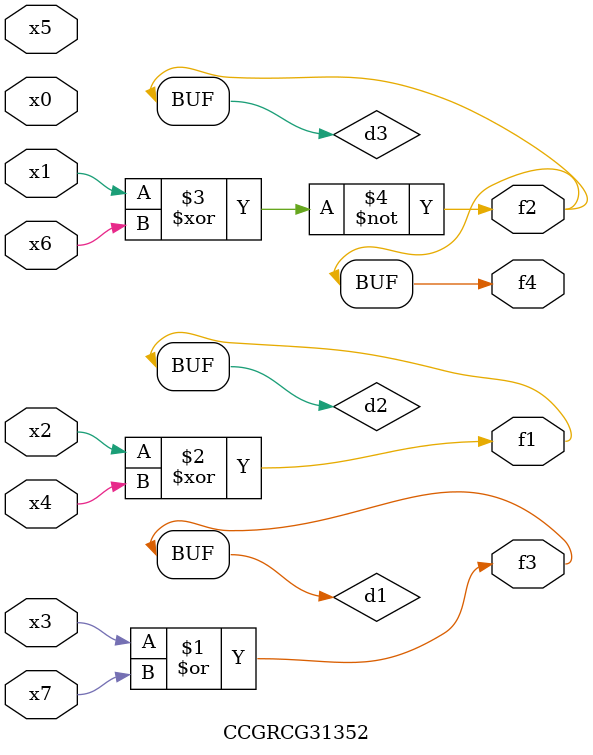
<source format=v>
module CCGRCG31352(
	input x0, x1, x2, x3, x4, x5, x6, x7,
	output f1, f2, f3, f4
);

	wire d1, d2, d3;

	or (d1, x3, x7);
	xor (d2, x2, x4);
	xnor (d3, x1, x6);
	assign f1 = d2;
	assign f2 = d3;
	assign f3 = d1;
	assign f4 = d3;
endmodule

</source>
